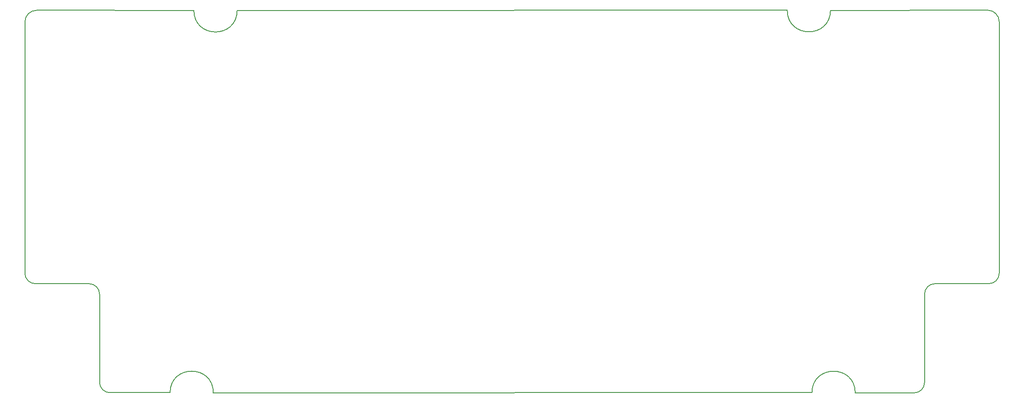
<source format=gbr>
G04 #@! TF.GenerationSoftware,KiCad,Pcbnew,(5.1.4-0-10_14)*
G04 #@! TF.CreationDate,2020-10-16T02:23:32-05:00*
G04 #@! TF.ProjectId,33,33332e6b-6963-4616-945f-706362585858,rev?*
G04 #@! TF.SameCoordinates,Original*
G04 #@! TF.FileFunction,Profile,NP*
%FSLAX46Y46*%
G04 Gerber Fmt 4.6, Leading zero omitted, Abs format (unit mm)*
G04 Created by KiCad (PCBNEW (5.1.4-0-10_14)) date 2020-10-16 02:23:32*
%MOMM*%
%LPD*%
G04 APERTURE LIST*
%ADD10C,0.200000*%
G04 APERTURE END LIST*
D10*
X60785001Y-101800000D02*
X71145001Y-101800000D01*
X60785001Y-101800000D02*
G75*
G02X58775001Y-99790000I0J2010000D01*
G01*
X58774802Y-51320000D02*
X58775001Y-99790000D01*
X58774802Y-51320000D02*
G75*
G02X61025001Y-49069801I2250199J0D01*
G01*
X91324026Y-49080000D02*
X61025001Y-49069801D01*
X99663804Y-49122989D02*
G75*
G02X91324026Y-49080000I-4169778J42990D01*
G01*
X205635001Y-49050000D02*
X99663804Y-49122991D01*
X213974779Y-49092989D02*
G75*
G02X205635001Y-49050000I-4169778J42990D01*
G01*
X244235001Y-49050000D02*
X213974779Y-49092990D01*
X244235001Y-49050000D02*
G75*
G02X246485200Y-51300199I0J-2250199D01*
G01*
X246475001Y-99790000D02*
X246485200Y-51300199D01*
X246475001Y-99790000D02*
G75*
G02X244465001Y-101800000I-2010000J0D01*
G01*
X234105001Y-101800000D02*
X244465001Y-101800000D01*
X232095001Y-103810000D02*
G75*
G02X234105001Y-101800000I2010000J0D01*
G01*
X232095001Y-120850000D02*
X232095001Y-103810000D01*
X232095001Y-120850000D02*
G75*
G02X230085001Y-122860000I-2010000J0D01*
G01*
X218735001Y-122850000D02*
X230085001Y-122860000D01*
X210395223Y-122807009D02*
G75*
G02X218735001Y-122850000I4169778J-42991D01*
G01*
X95074779Y-122840000D02*
X210395222Y-122807008D01*
X86735001Y-122797007D02*
G75*
G02X95074779Y-122840000I4169778J-42992D01*
G01*
X75165001Y-122820000D02*
X86735000Y-122797008D01*
X75165001Y-122820000D02*
G75*
G02X73155001Y-120810000I0J2010000D01*
G01*
X73155001Y-103810000D02*
X73155001Y-120810000D01*
X71145001Y-101800000D02*
G75*
G02X73155001Y-103810000I0J-2010000D01*
G01*
M02*

</source>
